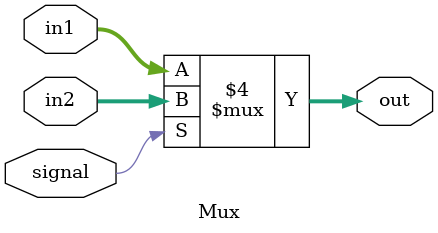
<source format=v>
module Mux (in1, in2, signal, out);
	input [7:0] in1;
	input [7:0] in2;
	input signal;
	output reg [7:0] out;

	always@(*)
	begin
		if (signal == 1)
		begin
			out[7:0] <= in2[7:0];
		end
		else
		begin
			out[7:0] <= in1[7:0];
		end
	end
endmodule

</source>
